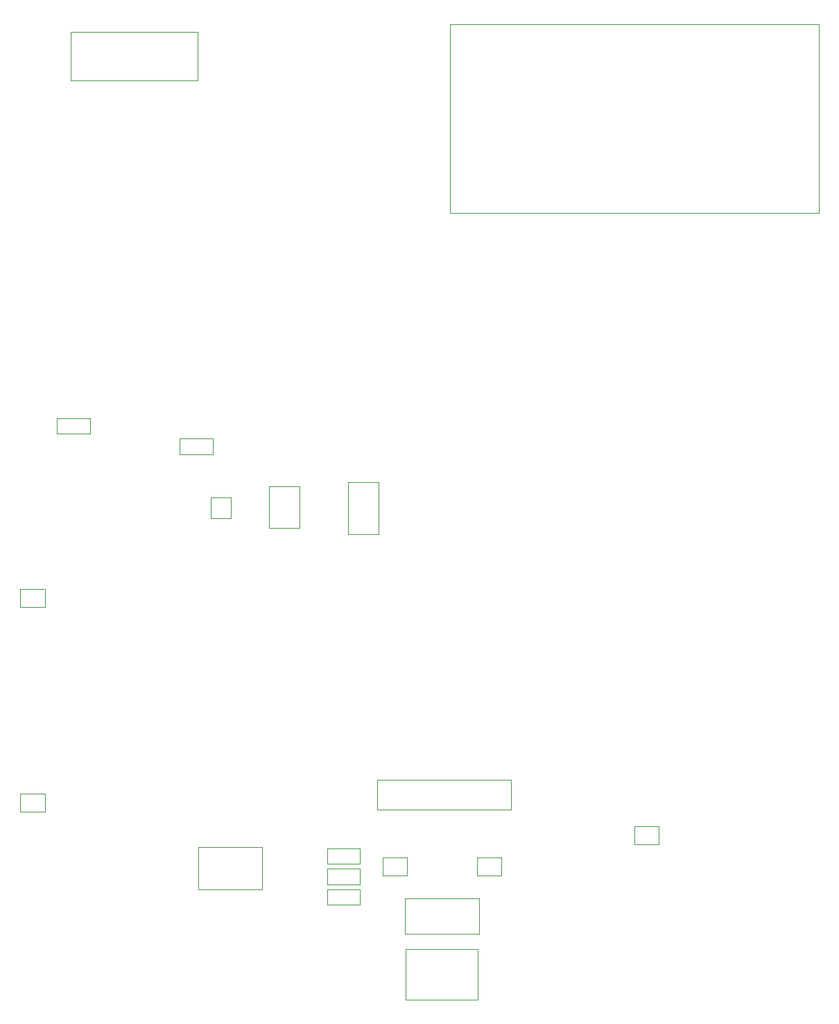
<source format=gbr>
G04 #@! TF.FileFunction,Other,User*
%FSLAX46Y46*%
G04 Gerber Fmt 4.6, Leading zero omitted, Abs format (unit mm)*
G04 Created by KiCad (PCBNEW 4.0.7-e2-6376~61~ubuntu18.04.1) date Thu Aug  9 16:35:42 2018*
%MOMM*%
%LPD*%
G01*
G04 APERTURE LIST*
%ADD10C,0.100000*%
%ADD11C,0.050000*%
G04 APERTURE END LIST*
D10*
D11*
X133000000Y-121450000D02*
X125250000Y-121450000D01*
X125250000Y-121450000D02*
X125250000Y-126550000D01*
X125250000Y-126550000D02*
X133000000Y-126550000D01*
X133000000Y-126550000D02*
X133000000Y-121450000D01*
X150500000Y-131955000D02*
X150500000Y-127695000D01*
X150500000Y-127695000D02*
X159500000Y-127695000D01*
X150500000Y-131955000D02*
X159500000Y-131955000D01*
X159500000Y-131955000D02*
X159500000Y-127695000D01*
X181500000Y-121100000D02*
X178500000Y-121100000D01*
X181500000Y-118900000D02*
X178500000Y-118900000D01*
X181500000Y-121100000D02*
X181500000Y-118900000D01*
X178500000Y-118900000D02*
X178500000Y-121100000D01*
X106500000Y-92100000D02*
X103500000Y-92100000D01*
X106500000Y-89900000D02*
X103500000Y-89900000D01*
X106500000Y-92100000D02*
X106500000Y-89900000D01*
X103500000Y-89900000D02*
X103500000Y-92100000D01*
X150750000Y-124850000D02*
X147750000Y-124850000D01*
X150750000Y-122650000D02*
X147750000Y-122650000D01*
X150750000Y-124850000D02*
X150750000Y-122650000D01*
X147750000Y-122650000D02*
X147750000Y-124850000D01*
X162250000Y-124850000D02*
X159250000Y-124850000D01*
X162250000Y-122650000D02*
X159250000Y-122650000D01*
X162250000Y-124850000D02*
X162250000Y-122650000D01*
X159250000Y-122650000D02*
X159250000Y-124850000D01*
X106500000Y-117100000D02*
X103500000Y-117100000D01*
X106500000Y-114900000D02*
X103500000Y-114900000D01*
X106500000Y-117100000D02*
X106500000Y-114900000D01*
X103500000Y-114900000D02*
X103500000Y-117100000D01*
X147120000Y-116800000D02*
X163420000Y-116800000D01*
X163420000Y-116800000D02*
X163420000Y-113200000D01*
X163420000Y-113200000D02*
X147120000Y-113200000D01*
X147120000Y-113200000D02*
X147120000Y-116800000D01*
X143578362Y-83258194D02*
X147278362Y-83258194D01*
X143578362Y-76858194D02*
X147278362Y-76858194D01*
X143578362Y-83258194D02*
X143578362Y-76858194D01*
X147278362Y-83258194D02*
X147278362Y-76858194D01*
X109650000Y-21900000D02*
X125150000Y-21900000D01*
X125150000Y-21900000D02*
X125150000Y-27850000D01*
X125150000Y-27850000D02*
X109650000Y-27850000D01*
X109650000Y-27850000D02*
X109650000Y-21900000D01*
X137600000Y-77350000D02*
X137600000Y-82500000D01*
X137600000Y-82500000D02*
X133900000Y-82500000D01*
X133900000Y-82500000D02*
X133900000Y-77350000D01*
X133900000Y-77350000D02*
X137600000Y-77350000D01*
X150600000Y-140000000D02*
X159400000Y-140000000D01*
X159400000Y-133900000D02*
X159400000Y-140000000D01*
X150600000Y-133900000D02*
X159400000Y-133900000D01*
X150600000Y-140000000D02*
X150600000Y-133900000D01*
X156000000Y-21000000D02*
X201000000Y-21000000D01*
X201000000Y-21000000D02*
X201000000Y-44000000D01*
X201000000Y-44000000D02*
X156000000Y-44000000D01*
X156000000Y-44000000D02*
X156000000Y-21000000D01*
X129250000Y-78750000D02*
X126750000Y-78750000D01*
X129250000Y-81250000D02*
X126750000Y-81250000D01*
X129250000Y-78750000D02*
X129250000Y-81250000D01*
X126750000Y-78750000D02*
X126750000Y-81250000D01*
X112000000Y-70950000D02*
X108000000Y-70950000D01*
X108000000Y-70950000D02*
X108000000Y-69050000D01*
X112000000Y-69050000D02*
X108000000Y-69050000D01*
X112000000Y-70950000D02*
X112000000Y-69050000D01*
X141000000Y-121550000D02*
X145000000Y-121550000D01*
X145000000Y-121550000D02*
X145000000Y-123450000D01*
X141000000Y-123450000D02*
X145000000Y-123450000D01*
X141000000Y-121550000D02*
X141000000Y-123450000D01*
X141000000Y-126550000D02*
X145000000Y-126550000D01*
X145000000Y-126550000D02*
X145000000Y-128450000D01*
X141000000Y-128450000D02*
X145000000Y-128450000D01*
X141000000Y-126550000D02*
X141000000Y-128450000D01*
X141000000Y-124050000D02*
X145000000Y-124050000D01*
X145000000Y-124050000D02*
X145000000Y-125950000D01*
X141000000Y-125950000D02*
X145000000Y-125950000D01*
X141000000Y-124050000D02*
X141000000Y-125950000D01*
X127000000Y-73450000D02*
X123000000Y-73450000D01*
X123000000Y-73450000D02*
X123000000Y-71550000D01*
X127000000Y-71550000D02*
X123000000Y-71550000D01*
X127000000Y-73450000D02*
X127000000Y-71550000D01*
M02*

</source>
